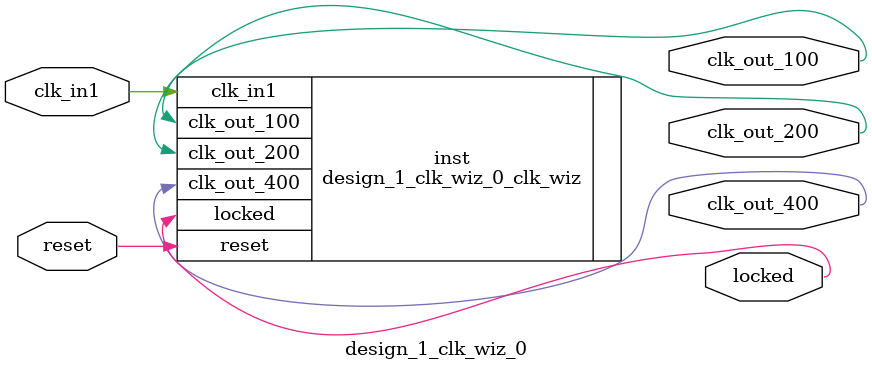
<source format=v>


`timescale 1ps/1ps

(* CORE_GENERATION_INFO = "design_1_clk_wiz_0,clk_wiz_v6_0_4_0_0,{component_name=design_1_clk_wiz_0,use_phase_alignment=true,use_min_o_jitter=false,use_max_i_jitter=false,use_dyn_phase_shift=false,use_inclk_switchover=false,use_dyn_reconfig=false,enable_axi=0,feedback_source=FDBK_AUTO,PRIMITIVE=MMCM,num_out_clk=3,clkin1_period=10.000,clkin2_period=10.000,use_power_down=false,use_reset=true,use_locked=true,use_inclk_stopped=false,feedback_type=SINGLE,CLOCK_MGR_TYPE=NA,manual_override=false}" *)

module design_1_clk_wiz_0 
 (
  // Clock out ports
  output        clk_out_100,
  output        clk_out_200,
  output        clk_out_400,
  // Status and control signals
  input         reset,
  output        locked,
 // Clock in ports
  input         clk_in1
 );

  design_1_clk_wiz_0_clk_wiz inst
  (
  // Clock out ports  
  .clk_out_100(clk_out_100),
  .clk_out_200(clk_out_200),
  .clk_out_400(clk_out_400),
  // Status and control signals               
  .reset(reset), 
  .locked(locked),
 // Clock in ports
  .clk_in1(clk_in1)
  );

endmodule

</source>
